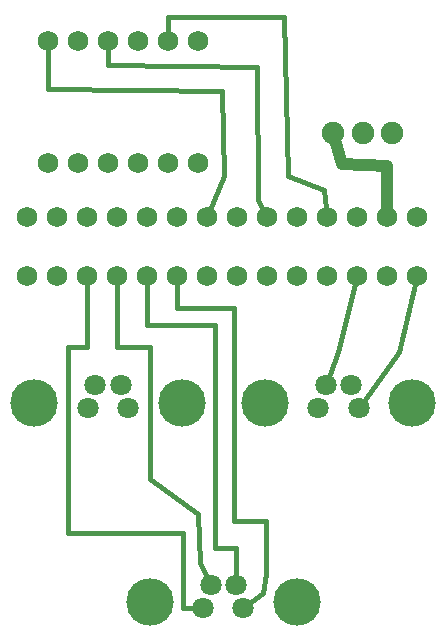
<source format=gbl>
G04 Layer: BottomLayer*
G04 EasyEDA v6.5.42, 2024-04-22 14:16:48*
G04 bdecda6f3f7540baa8991d5417232957,c115876feeed43bc8c79c948ea027e3a,10*
G04 Gerber Generator version 0.2*
G04 Scale: 100 percent, Rotated: No, Reflected: No *
G04 Dimensions in millimeters *
G04 leading zeros omitted , absolute positions ,4 integer and 5 decimal *
%FSLAX45Y45*%
%MOMM*%

%ADD10C,0.4000*%
%ADD11C,1.0000*%
%ADD12C,4.0160*%
%ADD13C,1.8000*%
%ADD14C,1.9000*%
%ADD15C,1.7500*%

%LPD*%
D10*
X2992881Y-3309365D02*
G01*
X2908300Y-3644900D01*
X2832100Y-3949700D01*
X2731515Y-4236465D01*
X3009008Y-4431512D02*
G01*
X3352800Y-3949700D01*
X3500983Y-3309391D01*
X706881Y-3309365D02*
G01*
X706881Y-3911600D01*
X546100Y-3911600D01*
X546100Y-5486400D01*
X1524000Y-5486400D01*
X1524000Y-6120129D01*
X1693925Y-6120129D01*
X1214881Y-3309365D02*
G01*
X1214881Y-3721100D01*
X1790700Y-3721100D01*
X1790700Y-5613400D01*
X1971547Y-5613400D01*
X1971547Y-5925057D01*
X960881Y-3309365D02*
G01*
X965200Y-3309365D01*
X965200Y-3911600D01*
X1244600Y-3911600D01*
X1244600Y-5029200D01*
X1651000Y-5321300D01*
X1663700Y-5740400D01*
X1756409Y-5925057D01*
X1469009Y-3309391D02*
G01*
X1473200Y-3309391D01*
X1473200Y-3581400D01*
X1955800Y-3581400D01*
X1955800Y-5384800D01*
X2222500Y-5384800D01*
X2222500Y-5829300D01*
X2197100Y-5994400D01*
X2034006Y-6120206D01*
X889000Y-1319479D02*
G01*
X889000Y-1524000D01*
X2146300Y-1536700D01*
X2159000Y-2667000D01*
X2230881Y-2809494D01*
X381000Y-1319479D02*
G01*
X381000Y-1727200D01*
X1854200Y-1739900D01*
X1866900Y-2463800D01*
X1722881Y-2809494D01*
X1397000Y-1319529D02*
G01*
X1397000Y-1117600D01*
X2374900Y-1117600D01*
X2413000Y-2463800D01*
X2717800Y-2578100D01*
X2738881Y-2809494D01*
D11*
X2794000Y-2095500D02*
G01*
X2870200Y-2362200D01*
X3246881Y-2374900D01*
X3246881Y-2809494D01*
D12*
G01*
X3464001Y-4381500D03*
G01*
X2214016Y-4381500D03*
D13*
G01*
X2669006Y-4431512D03*
G01*
X3009011Y-4431512D03*
G01*
X2731515Y-4236491D03*
G01*
X2946501Y-4236491D03*
D12*
G01*
X1513992Y-4381500D03*
G01*
X264007Y-4381500D03*
D13*
G01*
X718997Y-4431512D03*
G01*
X1059002Y-4431512D03*
G01*
X781507Y-4236491D03*
G01*
X996492Y-4236491D03*
D12*
G01*
X2488996Y-6070193D03*
G01*
X1239011Y-6070193D03*
D13*
G01*
X1694002Y-6120206D03*
G01*
X2034006Y-6120206D03*
G01*
X1756511Y-5925185D03*
G01*
X1971497Y-5925185D03*
D14*
G01*
X3293999Y-2095500D03*
G01*
X3044012Y-2095500D03*
G01*
X2794000Y-2095500D03*
D15*
G01*
X3500983Y-3309391D03*
G01*
X3246983Y-3309391D03*
G01*
X2992983Y-3309391D03*
G01*
X2738983Y-3309391D03*
G01*
X2484983Y-3309391D03*
G01*
X2231009Y-3309391D03*
G01*
X1977009Y-3309391D03*
G01*
X1723009Y-3309391D03*
G01*
X1469009Y-3309391D03*
G01*
X1215009Y-3309391D03*
G01*
X961009Y-3309391D03*
G01*
X707009Y-3309391D03*
G01*
X453009Y-3309391D03*
G01*
X199009Y-3309391D03*
G01*
X3500983Y-2809392D03*
G01*
X3246983Y-2809392D03*
G01*
X2992983Y-2809392D03*
G01*
X2738983Y-2809392D03*
G01*
X2484983Y-2809392D03*
G01*
X2231009Y-2809392D03*
G01*
X1977009Y-2809392D03*
G01*
X1723009Y-2809392D03*
G01*
X1469009Y-2809392D03*
G01*
X1215009Y-2809392D03*
G01*
X961009Y-2809392D03*
G01*
X707009Y-2809392D03*
G01*
X453009Y-2809392D03*
G01*
X199009Y-2809392D03*
G01*
X1651000Y-1319479D03*
G01*
X1397000Y-1319479D03*
G01*
X1143000Y-1319479D03*
G01*
X889000Y-1319479D03*
G01*
X635000Y-1319479D03*
G01*
X381000Y-1319479D03*
G01*
X1651000Y-2349500D03*
G01*
X381000Y-2349500D03*
G01*
X635000Y-2349500D03*
G01*
X889000Y-2349500D03*
G01*
X1143000Y-2349500D03*
G01*
X1397000Y-2349500D03*
M02*

</source>
